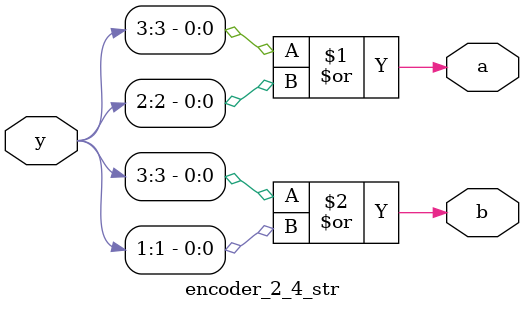
<source format=v>
module encoder_2_4_str(y,a,b);
input [3:0]y;
output a,b;
or l1(a,y[3],y[2]);
or l2(b,y[3],y[1]);
endmodule

</source>
